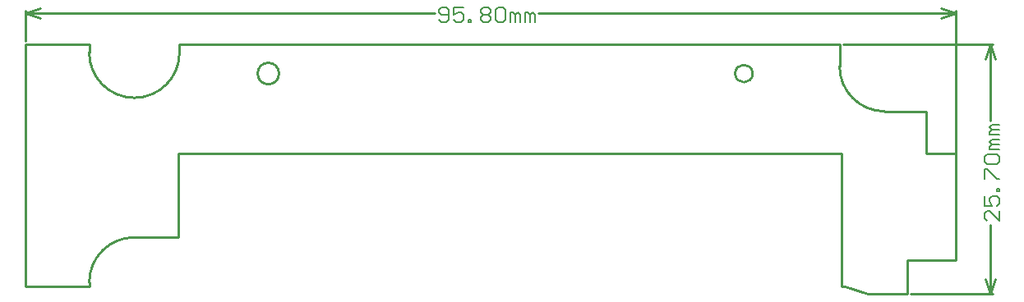
<source format=gko>
%FSLAX25Y25*%
%MOIN*%
G70*
G01*
G75*
G04 Layer_Color=16711935*
%ADD10R,0.07874X0.07874*%
%ADD11R,0.07087X0.07087*%
%ADD12R,0.03937X0.01575*%
%ADD13R,0.03937X0.03150*%
%ADD14R,0.03150X0.03937*%
%ADD15R,0.03937X0.04724*%
%ADD16R,0.04724X0.03937*%
%ADD17R,0.05118X0.05118*%
%ADD18R,0.02362X0.00787*%
%ADD19R,0.03150X0.00787*%
%ADD20R,0.00787X0.02362*%
%ADD21R,0.00787X0.03150*%
%ADD22C,0.04724*%
%ADD23R,0.11811X0.08268*%
%ADD24R,0.05118X0.03150*%
%ADD25R,0.05118X0.03150*%
%ADD26R,0.05000X0.03600*%
%ADD27R,0.03600X0.03600*%
%ADD28R,0.03600X0.05000*%
%ADD29R,0.03600X0.03600*%
%ADD30R,0.08898X0.12402*%
%ADD31R,0.05906X0.02400*%
%ADD32R,0.05118X0.01260*%
%ADD33C,0.02756*%
%ADD34C,0.00787*%
%ADD35C,0.02362*%
%ADD36C,0.01969*%
%ADD37R,0.09252X0.06142*%
%ADD38C,0.05118*%
%ADD39R,0.05906X0.05906*%
%ADD40C,0.05906*%
%ADD41C,0.01969*%
%ADD42C,0.02756*%
%ADD43C,0.01000*%
%ADD44C,0.00600*%
%ADD45C,0.00984*%
%ADD46C,0.00500*%
%ADD47C,0.00709*%
%ADD48C,0.00591*%
%ADD49C,0.01200*%
%ADD50C,0.00492*%
%ADD51R,0.08674X0.08674*%
%ADD52R,0.07887X0.07887*%
%ADD53R,0.04737X0.02375*%
%ADD54R,0.04737X0.03950*%
%ADD55R,0.03950X0.04737*%
%ADD56R,0.04737X0.05524*%
%ADD57R,0.05524X0.04737*%
%ADD58R,0.05918X0.05918*%
%ADD59R,0.03162X0.01587*%
%ADD60R,0.03950X0.01587*%
%ADD61R,0.01587X0.03162*%
%ADD62R,0.01587X0.03950*%
%ADD63C,0.05524*%
%ADD64R,0.12611X0.09068*%
%ADD65R,0.05918X0.03950*%
%ADD66R,0.05918X0.03950*%
%ADD67R,0.05800X0.04400*%
%ADD68R,0.04400X0.04400*%
%ADD69R,0.04400X0.05800*%
%ADD70R,0.04400X0.04400*%
%ADD71R,0.09698X0.13202*%
%ADD72R,0.06706X0.03200*%
%ADD73R,0.05918X0.02060*%
%ADD74C,0.05918*%
%ADD75R,0.06706X0.06706*%
%ADD76C,0.06706*%
%ADD77C,0.02769*%
%ADD78C,0.03556*%
D43*
X294875Y-11812D02*
G03*
X294875Y-11812I-3543J0D01*
G01*
X102749D02*
G03*
X102749Y-11812I-4331J0D01*
G01*
X330118Y-8858D02*
G03*
X348425Y-27165I18307J0D01*
G01*
X44094Y-78347D02*
G03*
X25787Y-96654I0J-18307D01*
G01*
Y-3347D02*
G03*
X62402Y-3347I18307J0D01*
G01*
X377166Y-86098D02*
Y13598D01*
X0Y1500D02*
Y13598D01*
X208077Y12598D02*
X377166D01*
X0D02*
X165889D01*
X371166Y14598D02*
X377166Y12598D01*
X371166Y10598D02*
X377166Y12598D01*
X0D02*
X6000Y10598D01*
X0Y12598D02*
X6000Y14598D01*
X358980Y-101181D02*
X392339D01*
X331618Y0D02*
X392339D01*
X391339Y-101181D02*
Y-73284D01*
Y-31097D02*
Y0D01*
Y-101181D02*
X393339Y-95181D01*
X389339D02*
X391339Y-101181D01*
X389339Y-6000D02*
X391339Y0D01*
X393339Y-6000D01*
X330118Y-8858D02*
Y0D01*
X377166Y-87599D02*
Y-44291D01*
X62402Y-3347D02*
Y0D01*
X365354Y-44291D02*
Y-27165D01*
X357481Y-101181D02*
Y-87599D01*
X331102Y-98425D02*
Y-44291D01*
X0Y0D02*
X25787D01*
X62402D02*
X330118D01*
X348425Y-27165D02*
X365354D01*
X61811Y-44291D02*
X331102D01*
X365354D02*
X377166D01*
X332284Y-98425D02*
X341733Y-101181D01*
X44094Y-78347D02*
X61811D01*
X357481Y-87599D02*
X377166D01*
X331102Y-98425D02*
X332284D01*
X0D02*
X25787D01*
X341733Y-101181D02*
X357481D01*
X61811Y-78347D02*
Y-44291D01*
X25787Y-98425D02*
Y-96654D01*
Y-3347D02*
Y0D01*
X0Y-39370D02*
Y-27559D01*
Y-98425D02*
Y0D01*
D44*
X167489Y9999D02*
X168489Y8999D01*
X170488D01*
X171488Y9999D01*
Y13998D01*
X170488Y14998D01*
X168489D01*
X167489Y13998D01*
Y12998D01*
X168489Y11998D01*
X171488D01*
X177486Y14998D02*
X173487D01*
Y11998D01*
X175487Y12998D01*
X176486D01*
X177486Y11998D01*
Y9999D01*
X176486Y8999D01*
X174487D01*
X173487Y9999D01*
X179485Y8999D02*
Y9999D01*
X180485D01*
Y8999D01*
X179485D01*
X184484Y13998D02*
X185483Y14998D01*
X187483D01*
X188482Y13998D01*
Y12998D01*
X187483Y11998D01*
X188482Y10999D01*
Y9999D01*
X187483Y8999D01*
X185483D01*
X184484Y9999D01*
Y10999D01*
X185483Y11998D01*
X184484Y12998D01*
Y13998D01*
X185483Y11998D02*
X187483D01*
X190482Y13998D02*
X191481Y14998D01*
X193481D01*
X194480Y13998D01*
Y9999D01*
X193481Y8999D01*
X191481D01*
X190482Y9999D01*
Y13998D01*
X196480Y8999D02*
Y12998D01*
X197479D01*
X198479Y11998D01*
Y8999D01*
Y11998D01*
X199479Y12998D01*
X200478Y11998D01*
Y8999D01*
X202478D02*
Y12998D01*
X203477D01*
X204477Y11998D01*
Y8999D01*
Y11998D01*
X205477Y12998D01*
X206476Y11998D01*
Y8999D01*
X394938Y-67686D02*
Y-71684D01*
X390939Y-67686D01*
X389939D01*
X388940Y-68685D01*
Y-70685D01*
X389939Y-71684D01*
X388940Y-61687D02*
Y-65686D01*
X391939D01*
X390939Y-63687D01*
Y-62687D01*
X391939Y-61687D01*
X393938D01*
X394938Y-62687D01*
Y-64687D01*
X393938Y-65686D01*
X394938Y-59688D02*
X393938D01*
Y-58688D01*
X394938D01*
Y-59688D01*
X388940Y-54690D02*
Y-50691D01*
X389939D01*
X393938Y-54690D01*
X394938D01*
X389939Y-48692D02*
X388940Y-47692D01*
Y-45693D01*
X389939Y-44693D01*
X393938D01*
X394938Y-45693D01*
Y-47692D01*
X393938Y-48692D01*
X389939D01*
X394938Y-42694D02*
X390939D01*
Y-41694D01*
X391939Y-40694D01*
X394938D01*
X391939D01*
X390939Y-39695D01*
X391939Y-38695D01*
X394938D01*
Y-36696D02*
X390939D01*
Y-35696D01*
X391939Y-34696D01*
X394938D01*
X391939D01*
X390939Y-33697D01*
X391939Y-32697D01*
X394938D01*
M02*

</source>
